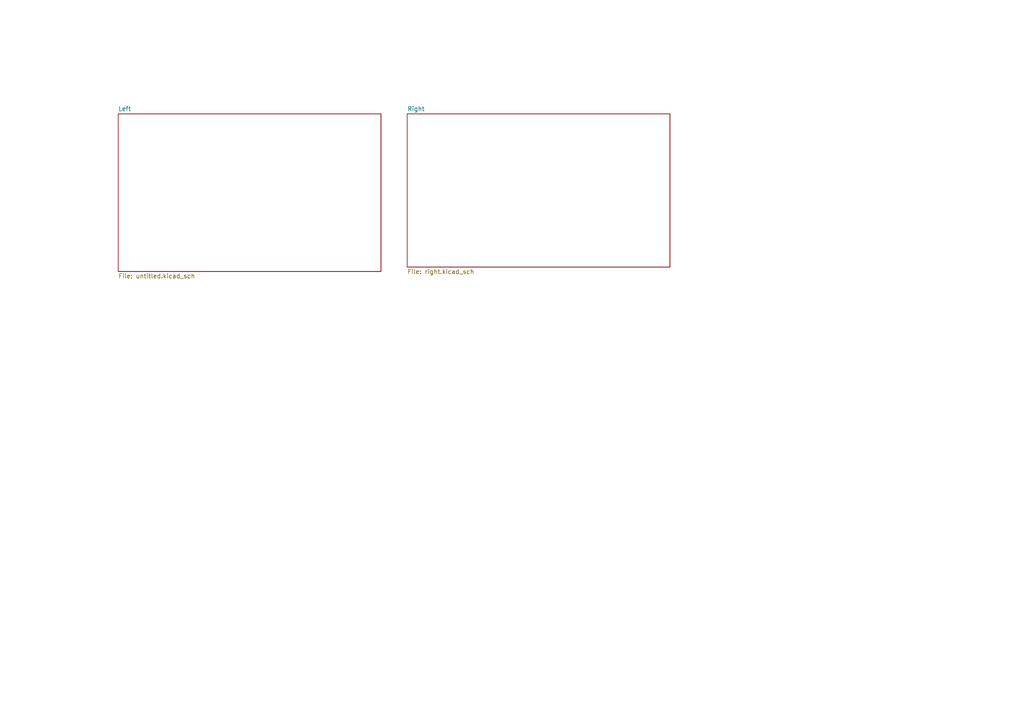
<source format=kicad_sch>
(kicad_sch
	(version 20231120)
	(generator "eeschema")
	(generator_version "8.0")
	(uuid "6ec8b6a4-7a1d-441c-944d-071c666ef218")
	(paper "A4")
	(lib_symbols)
	(sheet
		(at 118.11 33.02)
		(size 76.2 44.45)
		(fields_autoplaced yes)
		(stroke
			(width 0.1524)
			(type solid)
		)
		(fill
			(color 0 0 0 0.0000)
		)
		(uuid "52652229-652a-4664-b356-87575489be95")
		(property "Sheetname" "Right"
			(at 118.11 32.3084 0)
			(effects
				(font
					(size 1.27 1.27)
				)
				(justify left bottom)
			)
		)
		(property "Sheetfile" "right.kicad_sch"
			(at 118.11 78.0546 0)
			(effects
				(font
					(size 1.27 1.27)
				)
				(justify left top)
			)
		)
		(instances
			(project "split"
				(path "/6ec8b6a4-7a1d-441c-944d-071c666ef218"
					(page "3")
				)
			)
		)
	)
	(sheet
		(at 34.29 33.02)
		(size 76.2 45.72)
		(fields_autoplaced yes)
		(stroke
			(width 0.1524)
			(type solid)
		)
		(fill
			(color 0 0 0 0.0000)
		)
		(uuid "57f4b6e4-d0d4-40c1-9463-bfc8be017da8")
		(property "Sheetname" "Left"
			(at 34.29 32.3084 0)
			(effects
				(font
					(size 1.27 1.27)
				)
				(justify left bottom)
			)
		)
		(property "Sheetfile" "untitled.kicad_sch"
			(at 34.29 79.3246 0)
			(effects
				(font
					(size 1.27 1.27)
				)
				(justify left top)
			)
		)
		(instances
			(project "split"
				(path "/6ec8b6a4-7a1d-441c-944d-071c666ef218"
					(page "2")
				)
			)
		)
	)
	(sheet_instances
		(path "/"
			(page "1")
		)
	)
)

</source>
